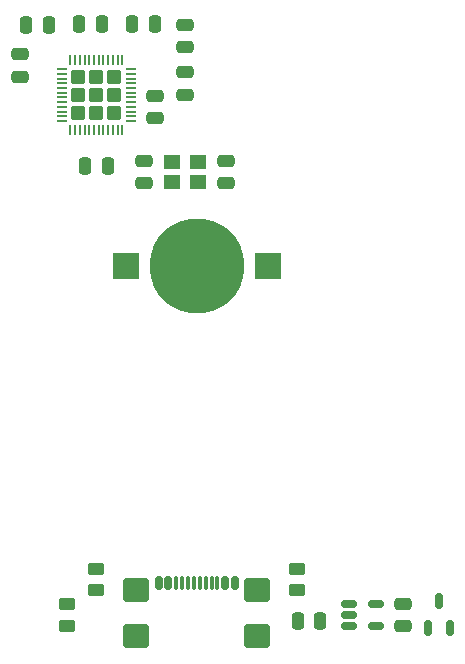
<source format=gbr>
%TF.GenerationSoftware,KiCad,Pcbnew,8.0.3-8.0.3-0~ubuntu24.04.1*%
%TF.CreationDate,2024-08-27T16:23:42+05:00*%
%TF.ProjectId,solartap_mcu_clear_60x60_g400,736f6c61-7274-4617-905f-6d63755f636c,rev?*%
%TF.SameCoordinates,Original*%
%TF.FileFunction,Paste,Top*%
%TF.FilePolarity,Positive*%
%FSLAX46Y46*%
G04 Gerber Fmt 4.6, Leading zero omitted, Abs format (unit mm)*
G04 Created by KiCad (PCBNEW 8.0.3-8.0.3-0~ubuntu24.04.1) date 2024-08-27 16:23:42*
%MOMM*%
%LPD*%
G01*
G04 APERTURE LIST*
G04 Aperture macros list*
%AMRoundRect*
0 Rectangle with rounded corners*
0 $1 Rounding radius*
0 $2 $3 $4 $5 $6 $7 $8 $9 X,Y pos of 4 corners*
0 Add a 4 corners polygon primitive as box body*
4,1,4,$2,$3,$4,$5,$6,$7,$8,$9,$2,$3,0*
0 Add four circle primitives for the rounded corners*
1,1,$1+$1,$2,$3*
1,1,$1+$1,$4,$5*
1,1,$1+$1,$6,$7*
1,1,$1+$1,$8,$9*
0 Add four rect primitives between the rounded corners*
20,1,$1+$1,$2,$3,$4,$5,0*
20,1,$1+$1,$4,$5,$6,$7,0*
20,1,$1+$1,$6,$7,$8,$9,0*
20,1,$1+$1,$8,$9,$2,$3,0*%
G04 Aperture macros list end*
%ADD10RoundRect,0.250000X-0.450000X0.262500X-0.450000X-0.262500X0.450000X-0.262500X0.450000X0.262500X0*%
%ADD11RoundRect,0.250000X0.450000X-0.262500X0.450000X0.262500X-0.450000X0.262500X-0.450000X-0.262500X0*%
%ADD12RoundRect,0.250000X-0.250000X-0.475000X0.250000X-0.475000X0.250000X0.475000X-0.250000X0.475000X0*%
%ADD13RoundRect,0.250000X-0.475000X0.250000X-0.475000X-0.250000X0.475000X-0.250000X0.475000X0.250000X0*%
%ADD14RoundRect,0.250000X0.250000X0.475000X-0.250000X0.475000X-0.250000X-0.475000X0.250000X-0.475000X0*%
%ADD15RoundRect,0.250000X0.475000X-0.250000X0.475000X0.250000X-0.475000X0.250000X-0.475000X-0.250000X0*%
%ADD16RoundRect,0.150000X0.150000X-0.512500X0.150000X0.512500X-0.150000X0.512500X-0.150000X-0.512500X0*%
%ADD17R,1.400000X1.200000*%
%ADD18RoundRect,0.150000X-0.512500X-0.150000X0.512500X-0.150000X0.512500X0.150000X-0.512500X0.150000X0*%
%ADD19R,2.200000X2.200000*%
%ADD20C,8.000000*%
%ADD21RoundRect,0.150000X-0.150000X-0.425000X0.150000X-0.425000X0.150000X0.425000X-0.150000X0.425000X0*%
%ADD22RoundRect,0.075000X-0.075000X-0.500000X0.075000X-0.500000X0.075000X0.500000X-0.075000X0.500000X0*%
%ADD23RoundRect,0.250000X-0.840000X-0.750000X0.840000X-0.750000X0.840000X0.750000X-0.840000X0.750000X0*%
%ADD24RoundRect,0.250000X-0.370000X0.370000X-0.370000X-0.370000X0.370000X-0.370000X0.370000X0.370000X0*%
%ADD25RoundRect,0.050000X-0.050000X0.350000X-0.050000X-0.350000X0.050000X-0.350000X0.050000X0.350000X0*%
%ADD26RoundRect,0.050000X-0.350000X0.050000X-0.350000X-0.050000X0.350000X-0.050000X0.350000X0.050000X0*%
G04 APERTURE END LIST*
D10*
%TO.C,R3*%
X103500000Y-103087500D03*
X103500000Y-104912500D03*
%TD*%
D11*
%TO.C,R2*%
X86500000Y-104912500D03*
X86500000Y-103087500D03*
%TD*%
%TO.C,R1*%
X84000000Y-107912500D03*
X84000000Y-106087500D03*
%TD*%
D12*
%TO.C,C12*%
X103550000Y-107500000D03*
X105450000Y-107500000D03*
%TD*%
D13*
%TO.C,C11*%
X112500000Y-106050000D03*
X112500000Y-107950000D03*
%TD*%
D14*
%TO.C,C10*%
X82450000Y-57030000D03*
X80550000Y-57030000D03*
%TD*%
%TO.C,C9*%
X86950000Y-57000000D03*
X85050000Y-57000000D03*
%TD*%
D12*
%TO.C,C8*%
X89550000Y-57000000D03*
X91450000Y-57000000D03*
%TD*%
D14*
%TO.C,C7*%
X87450000Y-69000000D03*
X85550000Y-69000000D03*
%TD*%
D13*
%TO.C,C6*%
X94000000Y-61050000D03*
X94000000Y-62950000D03*
%TD*%
D15*
%TO.C,C5*%
X80000000Y-61450000D03*
X80000000Y-59550000D03*
%TD*%
%TO.C,C4*%
X94000000Y-58950000D03*
X94000000Y-57050000D03*
%TD*%
%TO.C,C3*%
X91500000Y-64950000D03*
X91500000Y-63050000D03*
%TD*%
D13*
%TO.C,C2*%
X97500000Y-68550000D03*
X97500000Y-70450000D03*
%TD*%
D15*
%TO.C,C1*%
X90500000Y-70450000D03*
X90500000Y-68550000D03*
%TD*%
D16*
%TO.C,D2*%
X114550000Y-108137500D03*
X116450000Y-108137500D03*
X115500000Y-105862500D03*
%TD*%
D17*
%TO.C,Y1*%
X92900000Y-68650000D03*
X95100000Y-68650000D03*
X95100000Y-70350000D03*
X92900000Y-70350000D03*
%TD*%
D18*
%TO.C,U2*%
X107862500Y-106050000D03*
X107862500Y-107000000D03*
X107862500Y-107950000D03*
X110137500Y-107950000D03*
X110137500Y-106050000D03*
%TD*%
D19*
%TO.C,BT1*%
X89000000Y-77500000D03*
X101000000Y-77500000D03*
D20*
X95000000Y-77500000D03*
%TD*%
D21*
%TO.C,J1*%
X91800000Y-104320000D03*
X92600000Y-104320000D03*
D22*
X93750000Y-104320000D03*
X94750000Y-104320000D03*
X95250000Y-104320000D03*
X96250000Y-104320000D03*
D21*
X97400000Y-104320000D03*
X98200000Y-104320000D03*
X98200000Y-104320000D03*
X97400000Y-104320000D03*
D22*
X96750000Y-104320000D03*
X95750000Y-104320000D03*
X94250000Y-104320000D03*
X93250000Y-104320000D03*
D21*
X92600000Y-104320000D03*
X91800000Y-104320000D03*
D23*
X89890000Y-104895000D03*
X89890000Y-108825000D03*
X100110000Y-104895000D03*
X100110000Y-108825000D03*
%TD*%
D24*
%TO.C,U1*%
X88030000Y-61470000D03*
X86500000Y-61470000D03*
X84970000Y-61470000D03*
X88030000Y-63000000D03*
X86500000Y-63000000D03*
X84970000Y-63000000D03*
X88030000Y-64530000D03*
X86500000Y-64530000D03*
X84970000Y-64530000D03*
D25*
X88700000Y-60050000D03*
X88300000Y-60050000D03*
X87900000Y-60050000D03*
X87500000Y-60050000D03*
X87100000Y-60050000D03*
X86700000Y-60050000D03*
X86300000Y-60050000D03*
X85900000Y-60050000D03*
X85500000Y-60050000D03*
X85100000Y-60050000D03*
X84700000Y-60050000D03*
X84300000Y-60050000D03*
D26*
X83550000Y-60800000D03*
X83550000Y-61200000D03*
X83550000Y-61600000D03*
X83550000Y-62000000D03*
X83550000Y-62400000D03*
X83550000Y-62800000D03*
X83550000Y-63200000D03*
X83550000Y-63600000D03*
X83550000Y-64000000D03*
X83550000Y-64400000D03*
X83550000Y-64800000D03*
X83550000Y-65200000D03*
D25*
X84300000Y-65950000D03*
X84700000Y-65950000D03*
X85100000Y-65950000D03*
X85500000Y-65950000D03*
X85900000Y-65950000D03*
X86300000Y-65950000D03*
X86700000Y-65950000D03*
X87100000Y-65950000D03*
X87500000Y-65950000D03*
X87900000Y-65950000D03*
X88300000Y-65950000D03*
X88700000Y-65950000D03*
D26*
X89450000Y-65200000D03*
X89450000Y-64800000D03*
X89450000Y-64400000D03*
X89450000Y-64000000D03*
X89450000Y-63600000D03*
X89450000Y-63200000D03*
X89450000Y-62800000D03*
X89450000Y-62400000D03*
X89450000Y-62000000D03*
X89450000Y-61600000D03*
X89450000Y-61200000D03*
X89450000Y-60800000D03*
%TD*%
M02*

</source>
